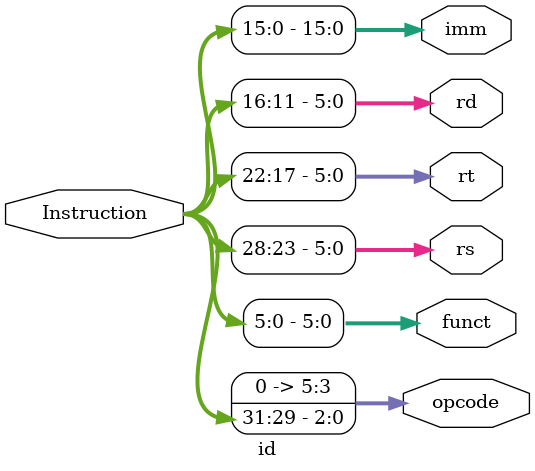
<source format=v>
module id(
    input [31:0] Instruction,
    output [5:0] opcode,
    output [5:0] funct,
    output [5:0] rs,
    output [5:0] rt,
    output [5:0] rd,
    output [15:0] imm
);

assign {opcode, rs, rt, rd} = Instruction[31:11];
assign funct = Instruction[5:0];
assign imm = Instruction[15:0];

endmodule // id
</source>
